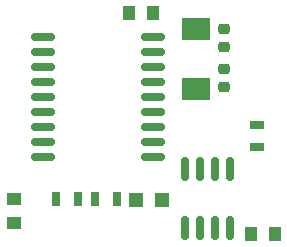
<source format=gbr>
%TF.GenerationSoftware,KiCad,Pcbnew,(6.0.7)*%
%TF.CreationDate,2022-10-19T11:36:30-04:00*%
%TF.ProjectId,SPItoCAN,53504974-6f43-4414-9e2e-6b696361645f,rev?*%
%TF.SameCoordinates,Original*%
%TF.FileFunction,Paste,Top*%
%TF.FilePolarity,Positive*%
%FSLAX46Y46*%
G04 Gerber Fmt 4.6, Leading zero omitted, Abs format (unit mm)*
G04 Created by KiCad (PCBNEW (6.0.7)) date 2022-10-19 11:36:30*
%MOMM*%
%LPD*%
G01*
G04 APERTURE LIST*
G04 Aperture macros list*
%AMRoundRect*
0 Rectangle with rounded corners*
0 $1 Rounding radius*
0 $2 $3 $4 $5 $6 $7 $8 $9 X,Y pos of 4 corners*
0 Add a 4 corners polygon primitive as box body*
4,1,4,$2,$3,$4,$5,$6,$7,$8,$9,$2,$3,0*
0 Add four circle primitives for the rounded corners*
1,1,$1+$1,$2,$3*
1,1,$1+$1,$4,$5*
1,1,$1+$1,$6,$7*
1,1,$1+$1,$8,$9*
0 Add four rect primitives between the rounded corners*
20,1,$1+$1,$2,$3,$4,$5,0*
20,1,$1+$1,$4,$5,$6,$7,0*
20,1,$1+$1,$6,$7,$8,$9,0*
20,1,$1+$1,$8,$9,$2,$3,0*%
G04 Aperture macros list end*
%ADD10R,2.400000X1.900000*%
%ADD11RoundRect,0.150000X0.875000X0.150000X-0.875000X0.150000X-0.875000X-0.150000X0.875000X-0.150000X0*%
%ADD12RoundRect,0.150000X-0.150000X0.825000X-0.150000X-0.825000X0.150000X-0.825000X0.150000X0.825000X0*%
%ADD13R,0.700000X1.300000*%
%ADD14R,1.300000X0.700000*%
%ADD15R,1.200000X1.200000*%
%ADD16R,1.000000X1.250000*%
%ADD17R,1.250000X1.000000*%
%ADD18RoundRect,0.218750X0.256250X-0.218750X0.256250X0.218750X-0.256250X0.218750X-0.256250X-0.218750X0*%
%ADD19RoundRect,0.218750X-0.256250X0.218750X-0.256250X-0.218750X0.256250X-0.218750X0.256250X0.218750X0*%
G04 APERTURE END LIST*
D10*
%TO.C,Y1*%
X33000000Y-15575000D03*
X33000000Y-20625000D03*
%TD*%
D11*
%TO.C,U2*%
X20050000Y-26380000D03*
X20050000Y-25110000D03*
X20050000Y-23840000D03*
X20050000Y-22570000D03*
X20050000Y-21300000D03*
X20050000Y-20030000D03*
X20050000Y-18760000D03*
X20050000Y-17490000D03*
X20050000Y-16220000D03*
X29350000Y-16220000D03*
X29350000Y-17490000D03*
X29350000Y-18760000D03*
X29350000Y-20030000D03*
X29350000Y-21300000D03*
X29350000Y-22570000D03*
X29350000Y-23840000D03*
X29350000Y-25110000D03*
X29350000Y-26380000D03*
%TD*%
D12*
%TO.C,U1*%
X35905000Y-27450000D03*
X34635000Y-27450000D03*
X33365000Y-27450000D03*
X32095000Y-27450000D03*
X32095000Y-32400000D03*
X33365000Y-32400000D03*
X34635000Y-32400000D03*
X35905000Y-32400000D03*
%TD*%
D13*
%TO.C,R3*%
X26310000Y-30000000D03*
X24410000Y-30000000D03*
%TD*%
D14*
%TO.C,R2*%
X38150000Y-25600000D03*
X38150000Y-23700000D03*
%TD*%
D13*
%TO.C,R1*%
X23040000Y-29990000D03*
X21140000Y-29990000D03*
%TD*%
D15*
%TO.C,D1*%
X27910000Y-30030000D03*
X30110000Y-30030000D03*
%TD*%
D16*
%TO.C,C5*%
X37675000Y-32900000D03*
X39675000Y-32900000D03*
%TD*%
%TO.C,C4*%
X27350000Y-14200000D03*
X29350000Y-14200000D03*
%TD*%
D17*
%TO.C,C3*%
X17610000Y-30000000D03*
X17610000Y-32000000D03*
%TD*%
D18*
%TO.C,C2*%
X35400000Y-17125000D03*
X35400000Y-15550000D03*
%TD*%
D19*
%TO.C,C1*%
X35400000Y-20500000D03*
X35400000Y-18925000D03*
%TD*%
M02*

</source>
